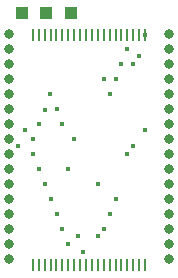
<source format=gbr>
G04 #@! TF.GenerationSoftware,KiCad,Pcbnew,(6.0.1-0)*
G04 #@! TF.CreationDate,2022-03-15T16:22:54-04:00*
G04 #@! TF.ProjectId,MBC1-TSOP40,4d424331-2d54-4534-9f50-34302e6b6963,rev?*
G04 #@! TF.SameCoordinates,Original*
G04 #@! TF.FileFunction,Soldermask,Top*
G04 #@! TF.FilePolarity,Negative*
%FSLAX46Y46*%
G04 Gerber Fmt 4.6, Leading zero omitted, Abs format (unit mm)*
G04 Created by KiCad (PCBNEW (6.0.1-0)) date 2022-03-15 16:22:54*
%MOMM*%
%LPD*%
G01*
G04 APERTURE LIST*
%ADD10R,0.250000X1.100000*%
%ADD11R,1.000000X1.000000*%
%ADD12C,0.800000*%
%ADD13C,0.400000*%
G04 APERTURE END LIST*
D10*
G04 #@! TO.C,REF\u002A\u002A*
X117370000Y-49330000D03*
X116870000Y-49330000D03*
X116370000Y-49330000D03*
X115870000Y-49330000D03*
X115370000Y-49330000D03*
X114870000Y-49330000D03*
X114370000Y-49330000D03*
X113870000Y-49330000D03*
X113370000Y-49330000D03*
X112870000Y-49330000D03*
X112370000Y-49330000D03*
X111870000Y-49330000D03*
X111370000Y-49330000D03*
X110870000Y-49330000D03*
X110370000Y-49330000D03*
X109870000Y-49330000D03*
X109370000Y-49330000D03*
X108870000Y-49330000D03*
X108370000Y-49330000D03*
X107870000Y-49330000D03*
X107870000Y-68830000D03*
X108370000Y-68830000D03*
X108870000Y-68830000D03*
X109370000Y-68830000D03*
X109870000Y-68830000D03*
X110370000Y-68830000D03*
X110870000Y-68830000D03*
X111370000Y-68830000D03*
X111870000Y-68830000D03*
X112370000Y-68830000D03*
X112870000Y-68830000D03*
X113370000Y-68830000D03*
X113870000Y-68830000D03*
X114370000Y-68830000D03*
X114870000Y-68830000D03*
X115370000Y-68830000D03*
X115870000Y-68830000D03*
X116370000Y-68830000D03*
X116870000Y-68830000D03*
X117370000Y-68830000D03*
G04 #@! TD*
D11*
G04 #@! TO.C,REF\u002A\u002A*
X106940000Y-47470000D03*
G04 #@! TD*
G04 #@! TO.C,REF\u002A\u002A*
X111060000Y-47470000D03*
G04 #@! TD*
G04 #@! TO.C,REF\u002A\u002A*
X109000000Y-47470000D03*
G04 #@! TD*
D12*
X119400000Y-49300000D03*
X119400000Y-50570000D03*
D13*
X116370000Y-51840000D03*
D12*
X119400000Y-51840000D03*
D13*
X114870000Y-53110000D03*
D12*
X119400000Y-53110000D03*
D13*
X114370000Y-54380000D03*
D12*
X119400000Y-54380000D03*
D13*
X109875000Y-55650000D03*
D12*
X119400000Y-55650000D03*
D13*
X110375000Y-56925000D03*
D12*
X119400000Y-56920000D03*
D13*
X111370000Y-58190000D03*
D12*
X119400000Y-58190000D03*
D13*
X115850000Y-59450000D03*
D12*
X119400000Y-59460000D03*
X119400000Y-60730000D03*
D13*
X110875000Y-60730000D03*
D12*
X119400000Y-62000000D03*
D13*
X113370000Y-62000000D03*
X114875000Y-63250000D03*
D12*
X119400000Y-63270000D03*
D13*
X114375000Y-64525000D03*
D12*
X119400000Y-64540000D03*
D13*
X113875000Y-65800000D03*
D12*
X119400000Y-65810000D03*
X119400000Y-67080000D03*
D13*
X113375000Y-66400000D03*
X111690000Y-66400000D03*
D12*
X119400000Y-68350000D03*
D13*
X112120000Y-67780000D03*
D12*
X105850000Y-68350000D03*
X105850000Y-67080000D03*
D13*
X110875000Y-67100000D03*
X110375000Y-65825000D03*
D12*
X105850000Y-65810000D03*
X105850000Y-64540000D03*
D13*
X109875000Y-64550000D03*
D12*
X105850000Y-63270000D03*
D13*
X109375000Y-63275000D03*
X108875000Y-62000000D03*
D12*
X105850000Y-62000000D03*
X105850000Y-60730000D03*
D13*
X108375000Y-60750000D03*
D12*
X105850000Y-59460000D03*
D13*
X107875000Y-59450000D03*
X107875000Y-58200000D03*
D12*
X105850000Y-58190000D03*
X105850000Y-56920000D03*
D13*
X108375000Y-56925000D03*
D12*
X105850000Y-55650000D03*
D13*
X108875000Y-55675000D03*
D12*
X105850000Y-54380000D03*
D13*
X109350000Y-54375000D03*
D12*
X105850000Y-53110000D03*
D13*
X113875000Y-53100000D03*
X115370000Y-51850000D03*
D12*
X105850000Y-51840000D03*
X105850000Y-50570000D03*
D13*
X115870000Y-50570000D03*
X117375000Y-49325000D03*
D12*
X105850000Y-49300000D03*
D13*
X106650000Y-58775000D03*
X116375000Y-58775000D03*
X117370000Y-57450000D03*
X107175000Y-57450000D03*
X111060000Y-47470000D03*
X116870000Y-51130000D03*
M02*

</source>
